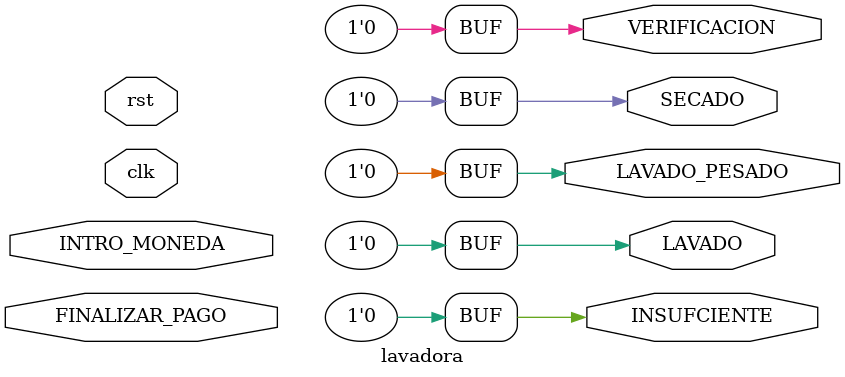
<source format=v>
/* Generated by Yosys 0.33 (git sha1 2584903a060) */

(* cells_not_processed =  1  *)
(* src = "cmos_cells_delay.v:1.1-5.10" *)
module BUF(A, Y);
  (* src = "cmos_cells_delay.v:2.9-2.10" *)
  input A;
  wire A;
  (* src = "cmos_cells_delay.v:3.10-3.11" *)
  output Y;
  wire Y;
  assign Y = A;
endmodule

(* cells_not_processed =  1  *)
(* src = "cmos_cells_delay.v:25.1-30.10" *)
module DFF(D, C, Q);
  (* src = "cmos_cells_delay.v:27.9-27.10" *)
  input C;
  wire C;
  (* src = "cmos_cells_delay.v:26.9-26.10" *)
  input D;
  wire D;
  (* src = "cmos_cells_delay.v:28.14-28.15" *)
  output Q;
  wire Q;
  (* src = "cmos_cells_delay.v:29.3-29.30" *)
  DFF _0_ (
    .C(C),
    .D(D),
    .Q(Q)
  );
endmodule

(* cells_not_processed =  1  *)
(* src = "cmos_cells_delay.v:13.1-17.10" *)
module NAND(A, B, Y);
  (* src = "cmos_cells_delay.v:14.9-14.10" *)
  input A;
  wire A;
  (* src = "cmos_cells_delay.v:14.12-14.13" *)
  input B;
  wire B;
  (* src = "cmos_cells_delay.v:15.10-15.11" *)
  output Y;
  wire Y;
  NAND _0_ (
    .A(A),
    .B(B),
    .Y(Y)
  );
endmodule

(* cells_not_processed =  1  *)
(* src = "cmos_cells_delay.v:19.1-23.10" *)
module NOR(A, B, Y);
  (* src = "cmos_cells_delay.v:20.9-20.10" *)
  input A;
  wire A;
  (* src = "cmos_cells_delay.v:20.12-20.13" *)
  input B;
  wire B;
  (* src = "cmos_cells_delay.v:21.10-21.11" *)
  output Y;
  wire Y;
  NOR _0_ (
    .A(A),
    .B(B),
    .Y(Y)
  );
endmodule

(* cells_not_processed =  1  *)
(* src = "cmos_cells_delay.v:7.1-11.10" *)
module NOT(A, Y);
  (* src = "cmos_cells_delay.v:8.9-8.10" *)
  input A;
  wire A;
  (* src = "cmos_cells_delay.v:9.10-9.11" *)
  output Y;
  wire Y;
  NOT _0_ (
    .A(A),
    .Y(Y)
  );
endmodule

(* cells_not_processed =  1  *)
(* src = "lavadora.v:2.1-98.10" *)
module lavadora(clk, rst, INTRO_MONEDA, FINALIZAR_PAGO, INSUFCIENTE, SECADO, LAVADO, LAVADO_PESADO, VERIFICACION);
  (* src = "lavadora.v:5.31-5.45" *)
  input FINALIZAR_PAGO;
  wire FINALIZAR_PAGO;
  (* src = "lavadora.v:6.12-6.23" *)
  output INSUFCIENTE;
  wire INSUFCIENTE;
  (* src = "lavadora.v:5.17-5.29" *)
  input INTRO_MONEDA;
  wire INTRO_MONEDA;
  (* src = "lavadora.v:6.33-6.39" *)
  output LAVADO;
  wire LAVADO;
  (* src = "lavadora.v:6.41-6.54" *)
  output LAVADO_PESADO;
  wire LAVADO_PESADO;
  (* src = "lavadora.v:6.25-6.31" *)
  output SECADO;
  wire SECADO;
  (* src = "lavadora.v:6.56-6.68" *)
  output VERIFICACION;
  wire VERIFICACION;
  (* src = "lavadora.v:5.7-5.10" *)
  input clk;
  wire clk;
  (* src = "lavadora.v:5.12-5.15" *)
  input rst;
  wire rst;
  assign INSUFCIENTE = 1'h0;
  assign LAVADO = 1'h0;
  assign LAVADO_PESADO = 1'h0;
  assign SECADO = 1'h0;
  assign VERIFICACION = 1'h0;
endmodule

</source>
